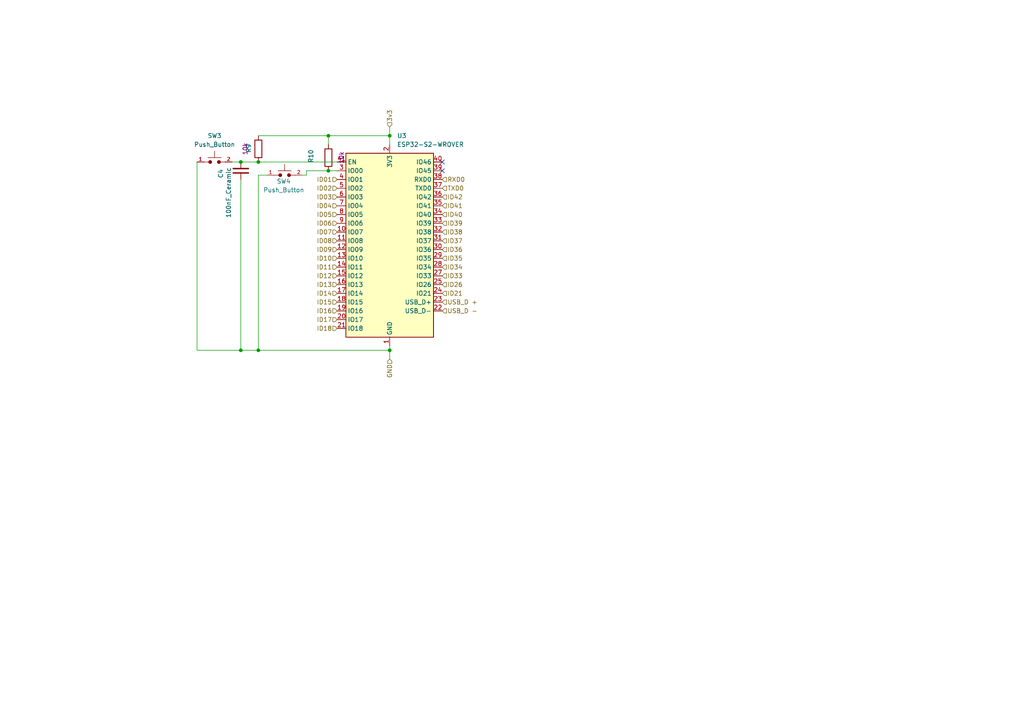
<source format=kicad_sch>
(kicad_sch (version 20250114) (generator "eeschema") (generator_version "9.0")
  (paper "A4")
  (title_block (rev "1 - do not edit connector pin layout.") (company "Henry's Software House"))
  (lib_symbols
    (symbol "PCM_4ms_Resistor:10k_0402" (pin_numbers (hide yes)) (pin_names (offset 0))
      (property "Reference" "R" (at 2.032 0 90))
      (property "Display" "10k" (at 3.81 0 90))
      (symbol "10k_0402_0_1"
        (rectangle (start -1.016 -2.54) (end 1.016 2.54) (stroke (width 0.254)))
      )
      (symbol "10k_0402_1_1"
        (pin passive line (at 0 3.81 270) (length 1.27) (name "~") (number "1"))
        (pin passive line (at 0 -3.81 90) (length 1.27) (name "~") (number "2"))
      )
    )
    (symbol "PCM_SL_Capacitors:100nF_Ceramic"
      (property "Reference" "C" (at 0 6.35 0))
      (property "Value" "100nF_Ceramic" (at 0 3.81 0))
      (symbol "100nF_Ceramic_0_1"
        (rectangle (start -0.762 2.286) (end -0.508 -2.286) (fill (type outline)))
        (rectangle (start 0.508 2.286) (end 0.762 -2.286) (fill (type outline)))
      )
      (symbol "100nF_Ceramic_1_1"
        (pin passive line (at -2.54 0 0) (length 2) (name "~") (number "1"))
        (pin input line (at 2.54 0 180) (length 2) (name "~") (number "2"))
      )
    )
    (symbol "PCM_SL_Devices:Push_Button"
      (property "Reference" "SW" (at 0 6.35 0))
      (property "Value" "Push_Button" (at 0 4.445 0))
      (symbol "Push_Button_0_1"
        (polyline (pts (xy -3.175 0) (xy -1.778 0)))
        (polyline (pts (xy -1.905 1.27) (xy 1.905 1.27)))
        (circle (center -1.27 0) (radius 0.4579) (fill (type outline)))
        (polyline (pts (xy 0 1.27) (xy 0 3.175)))
        (circle (center 1.27 0) (radius 0.4579) (fill (type outline)))
        (polyline (pts (xy 1.778 0) (xy 3.175 0)))
      )
      (symbol "Push_Button_1_1"
        (pin passive line (at -5.08 0 0) (length 2) (name "") (number "1"))
        (pin passive line (at 5.08 0 180) (length 2) (name "") (number "2"))
      )
    )
    (symbol "RF_Module:ESP32-S2-WROVER"
      (property "Reference" "U" (at -12.7 29.21 0))
      (property "Value" "ESP32-S2-WROVER" (at 2.54 29.21 0))
      (symbol "ESP32-S2-WROVER_0_1"
        (rectangle (start -12.7 27.94) (end 12.7 -25.4) (stroke (width 0.254)) (fill (type background)))
      )
      (symbol "ESP32-S2-WROVER_1_1"
        (pin input line (at -15.24 25.4 0) (length 2.54) (name "EN") (number "41"))
        (pin bidirectional line (at -15.24 22.86 0) (length 2.54) (name "IO00") (number "3"))
        (pin bidirectional line (at -15.24 20.32 0) (length 2.54) (name "IO01") (number "4"))
        (pin bidirectional line (at -15.24 17.78 0) (length 2.54) (name "IO02") (number "5"))
        (pin bidirectional line (at -15.24 15.24 0) (length 2.54) (name "IO03") (number "6"))
        (pin bidirectional line (at -15.24 12.7 0) (length 2.54) (name "IO04") (number "7"))
        (pin bidirectional line (at -15.24 10.16 0) (length 2.54) (name "IO05") (number "8"))
        (pin bidirectional line (at -15.24 7.62 0) (length 2.54) (name "IO06") (number "9"))
        (pin bidirectional line (at -15.24 5.08 0) (length 2.54) (name "IO07") (number "10"))
        (pin bidirectional line (at -15.24 2.54 0) (length 2.54) (name "IO08") (number "11"))
        (pin bidirectional line (at -15.24 0 0) (length 2.54) (name "IO09") (number "12"))
        (pin bidirectional line (at -15.24 -2.54 0) (length 2.54) (name "IO10") (number "13"))
        (pin bidirectional line (at -15.24 -5.08 0) (length 2.54) (name "IO11") (number "14"))
        (pin bidirectional line (at -15.24 -7.62 0) (length 2.54) (name "IO12") (number "15"))
        (pin bidirectional line (at -15.24 -10.16 0) (length 2.54) (name "IO13") (number "16"))
        (pin bidirectional line (at -15.24 -12.7 0) (length 2.54) (name "IO14") (number "17"))
        (pin bidirectional line (at -15.24 -15.24 0) (length 2.54) (name "IO15") (number "18"))
        (pin bidirectional line (at -15.24 -17.78 0) (length 2.54) (name "IO16") (number "19"))
        (pin bidirectional line (at -15.24 -20.32 0) (length 2.54) (name "IO17") (number "20"))
        (pin bidirectional line (at -15.24 -22.86 0) (length 2.54) (name "IO18") (number "21"))
        (pin power_in line (at 0 30.48 270) (length 2.54) (name "3V3") (number "2"))
        (pin power_in line (at 0 -27.94 90) (length 2.54) (name "GND") (number "1"))
        (pin passive line (at 0 -27.94 90) (length 2.54) (hide yes) (name "GND") (number "26"))
        (pin passive line (at 0 -27.94 90) (length 2.54) (hide yes) (name "GND") (number "42"))
        (pin passive line (at 0 -27.94 90) (length 2.54) (hide yes) (name "GND") (number "43"))
        (pin input line (at 15.24 25.4 180) (length 2.54) (name "IO46") (number "40"))
        (pin bidirectional line (at 15.24 22.86 180) (length 2.54) (name "IO45") (number "39"))
        (pin bidirectional line (at 15.24 20.32 180) (length 2.54) (name "RXD0") (number "38"))
        (pin bidirectional line (at 15.24 17.78 180) (length 2.54) (name "TXD0") (number "37"))
        (pin bidirectional line (at 15.24 15.24 180) (length 2.54) (name "IO42") (number "36"))
        (pin bidirectional line (at 15.24 12.7 180) (length 2.54) (name "IO41") (number "35"))
        (pin bidirectional line (at 15.24 10.16 180) (length 2.54) (name "IO40") (number "34"))
        (pin bidirectional line (at 15.24 7.62 180) (length 2.54) (name "IO39") (number "33"))
        (pin bidirectional line (at 15.24 5.08 180) (length 2.54) (name "IO38") (number "32"))
        (pin bidirectional line (at 15.24 2.54 180) (length 2.54) (name "IO37") (number "31"))
        (pin bidirectional line (at 15.24 0 180) (length 2.54) (name "IO36") (number "30"))
        (pin bidirectional line (at 15.24 -2.54 180) (length 2.54) (name "IO35") (number "29"))
        (pin bidirectional line (at 15.24 -5.08 180) (length 2.54) (name "IO34") (number "28"))
        (pin bidirectional line (at 15.24 -7.62 180) (length 2.54) (name "IO33") (number "27"))
        (pin bidirectional line (at 15.24 -10.16 180) (length 2.54) (name "IO26") (number "25"))
        (pin bidirectional line (at 15.24 -12.7 180) (length 2.54) (name "IO21") (number "24"))
        (pin bidirectional line (at 15.24 -15.24 180) (length 2.54) (name "USB_D+") (number "23"))
        (pin bidirectional line (at 15.24 -17.78 180) (length 2.54) (name "USB_D-") (number "22"))
      )
    )
  )
  (junction (at 74.93 46.99))
  (junction (at 95.25 39.37))
  (junction (at 69.85 101.6))
  (junction (at 74.93 101.6))
  (junction (at 113.03 39.37))
  (junction (at 69.85 46.99))
  (junction (at 113.03 101.6))
  (junction (at 95.25 49.53))
  (no_connect (at 128.27 46.99))
  (no_connect (at 128.27 49.53))
  (wire (pts (xy 113.03 36.83) (xy 113.03 39.37)))
  (wire (pts (xy 57.15 101.6) (xy 69.85 101.6)))
  (wire (pts (xy 88.9 49.53) (xy 95.25 49.53)))
  (wire (pts (xy 69.85 46.99) (xy 74.93 46.99)))
  (wire (pts (xy 74.93 50.8) (xy 77.47 50.8)))
  (wire (pts (xy 69.85 52.07) (xy 69.85 101.6)))
  (wire (pts (xy 57.15 46.99) (xy 57.15 101.6)))
  (wire (pts (xy 113.03 104.14) (xy 113.03 101.6)))
  (wire (pts (xy 67.31 46.99) (xy 69.85 46.99)))
  (wire (pts (xy 87.63 50.8) (xy 88.9 50.8)))
  (wire (pts (xy 113.03 39.37) (xy 113.03 41.91)))
  (wire (pts (xy 74.93 46.99) (xy 97.79 46.99)))
  (wire (pts (xy 95.25 49.53) (xy 97.79 49.53)))
  (wire (pts (xy 74.93 101.6) (xy 113.03 101.6)))
  (wire (pts (xy 88.9 50.8) (xy 88.9 49.53)))
  (wire (pts (xy 74.93 50.8) (xy 74.93 101.6)))
  (wire (pts (xy 74.93 39.37) (xy 95.25 39.37)))
  (wire (pts (xy 95.25 39.37) (xy 95.25 41.91)))
  (wire (pts (xy 69.85 101.6) (xy 74.93 101.6)))
  (wire (pts (xy 95.25 39.37) (xy 113.03 39.37)))
  (wire (pts (xy 113.03 101.6) (xy 113.03 100.33)))
  (hierarchical_label "ID14" (shape input) (at 97.79 85.09 180))
  (hierarchical_label "ID09" (shape input) (at 97.79 72.39 180))
  (hierarchical_label "ID13" (shape input) (at 97.79 82.55 180))
  (hierarchical_label "ID39" (shape input) (at 128.27 64.77 0))
  (hierarchical_label "ID34" (shape input) (at 128.27 77.47 0))
  (hierarchical_label "ID37" (shape input) (at 128.27 69.85 0))
  (hierarchical_label "ID10" (shape input) (at 97.79 74.93 180))
  (hierarchical_label "ID11" (shape input) (at 97.79 77.47 180))
  (hierarchical_label "ID04" (shape input) (at 97.79 59.69 180))
  (hierarchical_label "USB_D +" (shape input) (at 128.27 87.63 0))
  (hierarchical_label "ID35" (shape input) (at 128.27 74.93 0))
  (hierarchical_label "ID36" (shape input) (at 128.27 72.39 0))
  (hierarchical_label "ID18" (shape input) (at 97.79 95.25 180))
  (hierarchical_label "ID17" (shape input) (at 97.79 92.71 180))
  (hierarchical_label "ID05" (shape input) (at 97.79 62.23 180))
  (hierarchical_label "ID16" (shape input) (at 97.79 90.17 180))
  (hierarchical_label "ID08" (shape input) (at 97.79 69.85 180))
  (hierarchical_label "ID33" (shape input) (at 128.27 80.01 0))
  (hierarchical_label "ID02" (shape input) (at 97.79 54.61 180))
  (hierarchical_label "ID42" (shape input) (at 128.27 57.15 0))
  (hierarchical_label "ID07" (shape input) (at 97.79 67.31 180))
  (hierarchical_label "ID40" (shape input) (at 128.27 62.23 0))
  (hierarchical_label "ID03" (shape input) (at 97.79 57.15 180))
  (hierarchical_label "GND" (shape input) (at 113.03 104.14 270))
  (hierarchical_label "RXD0" (shape input) (at 128.27 52.07 0))
  (hierarchical_label "ID41" (shape input) (at 128.27 59.69 0))
  (hierarchical_label "ID12" (shape input) (at 97.79 80.01 180))
  (hierarchical_label "USB_D -" (shape input) (at 128.27 90.17 0))
  (hierarchical_label "3v3" (shape input) (at 113.03 36.83 90))
  (hierarchical_label "ID01" (shape input) (at 97.79 52.07 180))
  (hierarchical_label "TXD0" (shape input) (at 128.27 54.61 0))
  (hierarchical_label "ID26" (shape input) (at 128.27 82.55 0))
  (hierarchical_label "ID21" (shape input) (at 128.27 85.09 0))
  (hierarchical_label "ID06" (shape input) (at 97.79 64.77 180))
  (hierarchical_label "ID15" (shape input) (at 97.79 87.63 180))
  (hierarchical_label "ID38" (shape input) (at 128.27 67.31 0))
  (symbol (lib_id "PCM_4ms_Resistor:10k_0402") (at 95.25 45.72 0) (unit 1)
    (property "Reference" "R10" (at 90.17 47.244 90) (effects (justify left)))
    (property "Value" "10k_0402" (effects (hide yes)))
    (property "Footprint" "Resistor_SMD:R_0402_1005Metric" (effects (hide yes)))
    (property "Description" "10k, 1%, 1/16W, 0603" (effects (hide yes)))
    (property "Specifications" "10k, 1%, 1/10W, 0402" (effects (hide yes)))
    (property "Manufacturer" "Yageo" (effects (hide yes)))
    (property "Part Number" "RT0402FRE0710KL" (effects (hide yes)))
    (property "Display" "10k" (at 99.06 45.72 90))
    (property "Manufacturer 2" "Yageo" (effects (hide yes)))
    (property "Part Number 2" "RT0402DRE0710KL" (effects (hide yes)))
  )
  (symbol (lib_id "RF_Module:ESP32-S2-WROVER") (at 113.03 72.39 0) (unit 1)
    (property "Reference" "U3" (at 115.1733 39.37 0) (effects (justify left)))
    (property "Value" "ESP32-S2-WROVER" (at 115.1733 41.91 0) (effects (justify left)))
    (property "Footprint" "RF_Module:ESP32-S2-WROVER" (effects (hide yes)))
    (property "Datasheet" "https://www.espressif.com/sites/default/files/documentation/esp32-s2-wroom_esp32-s2-wroom-i_datasheet_en.pdf" (effects (hide yes)))
    (property "Description" "RF Module, ESP32-D0WDQ6 SoC, Wi-Fi 802.11b/g/n, 32-bit, 2.7-3.6V, onboard antenna, SMD" (effects (hide yes)))
  )
  (symbol (lib_id "PCM_SL_Capacitors:100nF_Ceramic") (at 69.85 49.53 270) (unit 1)
    (property "Reference" "C4" (at 64.008 49.022 0) (effects (justify left)))
    (property "Value" "100nF_Ceramic" (at 66.294 48.514 0) (effects (justify left)))
    (property "Footprint" "Capacitor_THT:C_Disc_D5.0mm_W2.5mm_P2.50mm" (effects (hide yes)))
    (property "Description" "100nF Ceramic Capacitor" (effects (hide yes)))
  )
  (symbol (lib_id "PCM_SL_Devices:Push_Button") (at 62.23 46.99 0) (unit 1)
    (property "Reference" "SW3" (at 62.23 39.37 0))
    (property "Value" "Push_Button" (at 62.23 41.91 0))
    (property "Footprint" "Button_Switch_THT:SW_PUSH_6mm" (effects (hide yes)))
    (property "Description" "Common 6mmx6mm Push Button" (effects (hide yes)))
  )
  (symbol (lib_id "PCM_4ms_Resistor:10k_0402") (at 74.93 43.18 180) (unit 1)
    (property "Reference" "R9" (at 72.136 41.656 90) (effects (justify left)))
    (property "Value" "10k_0402" (effects (hide yes)))
    (property "Footprint" "Resistor_SMD:R_0402_1005Metric" (effects (hide yes)))
    (property "Description" "10k, 1%, 1/16W, 0603" (effects (hide yes)))
    (property "Specifications" "10k, 1%, 1/10W, 0402" (effects (hide yes)))
    (property "Manufacturer" "Yageo" (effects (hide yes)))
    (property "Part Number" "RT0402FRE0710KL" (effects (hide yes)))
    (property "Display" "10k" (at 71.12 43.18 90))
    (property "Manufacturer 2" "Yageo" (effects (hide yes)))
    (property "Part Number 2" "RT0402DRE0710KL" (effects (hide yes)))
  )
  (symbol (lib_id "PCM_SL_Devices:Push_Button") (at 82.55 50.8 0) (unit 1)
    (property "Reference" "SW4" (at 82.296 52.578 0))
    (property "Value" "Push_Button" (at 82.296 55.118 0))
    (property "Footprint" "Button_Switch_THT:SW_PUSH_6mm" (effects (hide yes)))
    (property "Description" "Common 6mmx6mm Push Button" (effects (hide yes)))
  )
)
</source>
